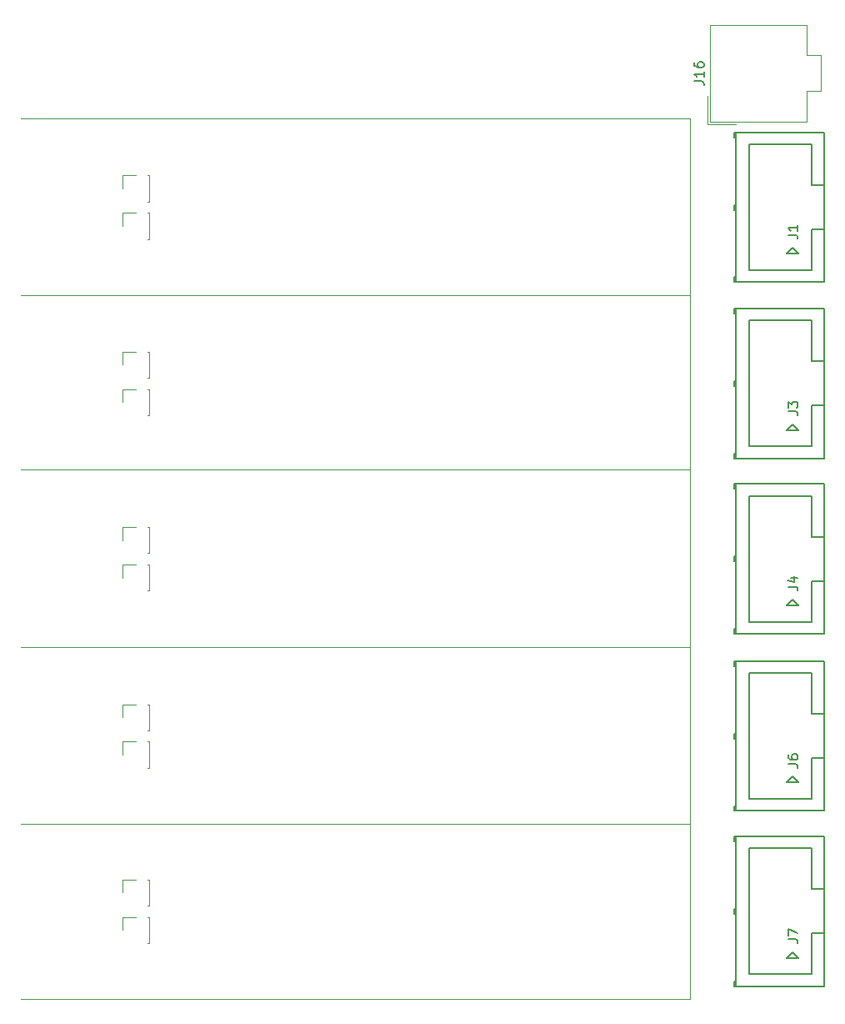
<source format=gbr>
%TF.GenerationSoftware,KiCad,Pcbnew,(5.1.8)-1*%
%TF.CreationDate,2021-10-07T22:13:12+08:00*%
%TF.ProjectId,Pad,5061642e-6b69-4636-9164-5f7063625858,rev?*%
%TF.SameCoordinates,Original*%
%TF.FileFunction,Legend,Top*%
%TF.FilePolarity,Positive*%
%FSLAX46Y46*%
G04 Gerber Fmt 4.6, Leading zero omitted, Abs format (unit mm)*
G04 Created by KiCad (PCBNEW (5.1.8)-1) date 2021-10-07 22:13:12*
%MOMM*%
%LPD*%
G01*
G04 APERTURE LIST*
%ADD10C,0.120000*%
%ADD11C,0.150000*%
G04 APERTURE END LIST*
D10*
X180300000Y-136700000D02*
X180300000Y-47300000D01*
X180300000Y-136700000D02*
X112300000Y-136700000D01*
X180300000Y-47300000D02*
X112300000Y-47300000D01*
X180300000Y-65200000D02*
X112300000Y-65200000D01*
X180300000Y-82900000D02*
X112300000Y-82900000D01*
X180300000Y-101000000D02*
X112300000Y-101000000D01*
X180300000Y-118900000D02*
X112300000Y-118900000D01*
%TO.C,J15*%
X122670000Y-129700000D02*
X122670000Y-128370000D01*
X122670000Y-128370000D02*
X124000000Y-128370000D01*
X125210000Y-128370000D02*
X125330000Y-128370000D01*
X125210000Y-131030000D02*
X125330000Y-131030000D01*
X125330000Y-131030000D02*
X125330000Y-128370000D01*
%TO.C,J14*%
X122670000Y-111900000D02*
X122670000Y-110570000D01*
X122670000Y-110570000D02*
X124000000Y-110570000D01*
X125210000Y-110570000D02*
X125330000Y-110570000D01*
X125210000Y-113230000D02*
X125330000Y-113230000D01*
X125330000Y-113230000D02*
X125330000Y-110570000D01*
%TO.C,J13*%
X122670000Y-93900000D02*
X122670000Y-92570000D01*
X122670000Y-92570000D02*
X124000000Y-92570000D01*
X125210000Y-92570000D02*
X125330000Y-92570000D01*
X125210000Y-95230000D02*
X125330000Y-95230000D01*
X125330000Y-95230000D02*
X125330000Y-92570000D01*
%TO.C,J12*%
X122670000Y-76100000D02*
X122670000Y-74770000D01*
X122670000Y-74770000D02*
X124000000Y-74770000D01*
X125210000Y-74770000D02*
X125330000Y-74770000D01*
X125210000Y-77430000D02*
X125330000Y-77430000D01*
X125330000Y-77430000D02*
X125330000Y-74770000D01*
%TO.C,J11*%
X122670000Y-125900000D02*
X122670000Y-124570000D01*
X122670000Y-124570000D02*
X124000000Y-124570000D01*
X125210000Y-124570000D02*
X125330000Y-124570000D01*
X125210000Y-127230000D02*
X125330000Y-127230000D01*
X125330000Y-127230000D02*
X125330000Y-124570000D01*
%TO.C,J10*%
X122670000Y-108100000D02*
X122670000Y-106770000D01*
X122670000Y-106770000D02*
X124000000Y-106770000D01*
X125210000Y-106770000D02*
X125330000Y-106770000D01*
X125210000Y-109430000D02*
X125330000Y-109430000D01*
X125330000Y-109430000D02*
X125330000Y-106770000D01*
%TO.C,J9*%
X122670000Y-90100000D02*
X122670000Y-88770000D01*
X122670000Y-88770000D02*
X124000000Y-88770000D01*
X125210000Y-88770000D02*
X125330000Y-88770000D01*
X125210000Y-91430000D02*
X125330000Y-91430000D01*
X125330000Y-91430000D02*
X125330000Y-88770000D01*
%TO.C,J8*%
X122670000Y-72300000D02*
X122670000Y-70970000D01*
X122670000Y-70970000D02*
X124000000Y-70970000D01*
X125210000Y-70970000D02*
X125330000Y-70970000D01*
X125210000Y-73630000D02*
X125330000Y-73630000D01*
X125330000Y-73630000D02*
X125330000Y-70970000D01*
%TO.C,J5*%
X122670000Y-58200000D02*
X122670000Y-56870000D01*
X122670000Y-56870000D02*
X124000000Y-56870000D01*
X125210000Y-56870000D02*
X125330000Y-56870000D01*
X125210000Y-59530000D02*
X125330000Y-59530000D01*
X125330000Y-59530000D02*
X125330000Y-56870000D01*
%TO.C,J2*%
X122670000Y-54400000D02*
X122670000Y-53070000D01*
X122670000Y-53070000D02*
X124000000Y-53070000D01*
X125210000Y-53070000D02*
X125330000Y-53070000D01*
X125210000Y-55730000D02*
X125330000Y-55730000D01*
X125330000Y-55730000D02*
X125330000Y-53070000D01*
%TO.C,J16*%
X182340000Y-42700000D02*
X182340000Y-47610000D01*
X182340000Y-47610000D02*
X192160000Y-47610000D01*
X192160000Y-47610000D02*
X192160000Y-44510000D01*
X192160000Y-44510000D02*
X193560000Y-44510000D01*
X193560000Y-44510000D02*
X193560000Y-42700000D01*
X182340000Y-42700000D02*
X182340000Y-37790000D01*
X182340000Y-37790000D02*
X192160000Y-37790000D01*
X192160000Y-37790000D02*
X192160000Y-40890000D01*
X192160000Y-40890000D02*
X193560000Y-40890000D01*
X193560000Y-40890000D02*
X193560000Y-42700000D01*
X182100000Y-45000000D02*
X182100000Y-47850000D01*
X182100000Y-47850000D02*
X184950000Y-47850000D01*
D11*
%TO.C,J1*%
X190730000Y-60420000D02*
X191330000Y-61020000D01*
X190130000Y-61020000D02*
X190730000Y-60420000D01*
X184790000Y-63400000D02*
X184990000Y-63400000D01*
X193930000Y-48700000D02*
X193930000Y-63900000D01*
X184790000Y-63900000D02*
X184790000Y-63400000D01*
X192630000Y-62690000D02*
X186290000Y-62690000D01*
X184890000Y-56560000D02*
X184890000Y-56060000D01*
X184990000Y-48700000D02*
X184990000Y-63900000D01*
X184790000Y-49200000D02*
X184790000Y-48700000D01*
X192630000Y-49910000D02*
X192630000Y-54050000D01*
X184990000Y-49200000D02*
X184790000Y-49200000D01*
X184890000Y-49200000D02*
X184890000Y-48700000D01*
X184990000Y-63900000D02*
X184790000Y-63900000D01*
X184990000Y-56560000D02*
X184790000Y-56560000D01*
X184790000Y-48700000D02*
X184990000Y-48700000D01*
X186290000Y-62690000D02*
X186290000Y-49910000D01*
X193930000Y-58550000D02*
X192630000Y-58550000D01*
X192630000Y-54050000D02*
X193930000Y-54050000D01*
X184790000Y-56560000D02*
X184790000Y-56060000D01*
X186290000Y-49910000D02*
X192630000Y-49910000D01*
X192630000Y-58550000D02*
X192630000Y-62690000D01*
X184990000Y-48700000D02*
X193930000Y-48700000D01*
X191330000Y-61020000D02*
X190130000Y-61020000D01*
X184890000Y-63900000D02*
X184890000Y-63400000D01*
X193930000Y-63900000D02*
X184990000Y-63900000D01*
X184790000Y-56060000D02*
X184990000Y-56060000D01*
%TO.C,J4*%
X190730000Y-96120000D02*
X191330000Y-96720000D01*
X190130000Y-96720000D02*
X190730000Y-96120000D01*
X184790000Y-99100000D02*
X184990000Y-99100000D01*
X193930000Y-84400000D02*
X193930000Y-99600000D01*
X184790000Y-99600000D02*
X184790000Y-99100000D01*
X192630000Y-98390000D02*
X186290000Y-98390000D01*
X184890000Y-92260000D02*
X184890000Y-91760000D01*
X184990000Y-84400000D02*
X184990000Y-99600000D01*
X184790000Y-84900000D02*
X184790000Y-84400000D01*
X192630000Y-85610000D02*
X192630000Y-89750000D01*
X184990000Y-84900000D02*
X184790000Y-84900000D01*
X184890000Y-84900000D02*
X184890000Y-84400000D01*
X184990000Y-99600000D02*
X184790000Y-99600000D01*
X184990000Y-92260000D02*
X184790000Y-92260000D01*
X184790000Y-84400000D02*
X184990000Y-84400000D01*
X186290000Y-98390000D02*
X186290000Y-85610000D01*
X193930000Y-94250000D02*
X192630000Y-94250000D01*
X192630000Y-89750000D02*
X193930000Y-89750000D01*
X184790000Y-92260000D02*
X184790000Y-91760000D01*
X186290000Y-85610000D02*
X192630000Y-85610000D01*
X192630000Y-94250000D02*
X192630000Y-98390000D01*
X184990000Y-84400000D02*
X193930000Y-84400000D01*
X191330000Y-96720000D02*
X190130000Y-96720000D01*
X184890000Y-99600000D02*
X184890000Y-99100000D01*
X193930000Y-99600000D02*
X184990000Y-99600000D01*
X184790000Y-91760000D02*
X184990000Y-91760000D01*
%TO.C,J3*%
X184790000Y-73960000D02*
X184990000Y-73960000D01*
X193930000Y-81800000D02*
X184990000Y-81800000D01*
X184890000Y-81800000D02*
X184890000Y-81300000D01*
X191330000Y-78920000D02*
X190130000Y-78920000D01*
X184990000Y-66600000D02*
X193930000Y-66600000D01*
X192630000Y-76450000D02*
X192630000Y-80590000D01*
X186290000Y-67810000D02*
X192630000Y-67810000D01*
X184790000Y-74460000D02*
X184790000Y-73960000D01*
X192630000Y-71950000D02*
X193930000Y-71950000D01*
X193930000Y-76450000D02*
X192630000Y-76450000D01*
X186290000Y-80590000D02*
X186290000Y-67810000D01*
X184790000Y-66600000D02*
X184990000Y-66600000D01*
X184990000Y-74460000D02*
X184790000Y-74460000D01*
X184990000Y-81800000D02*
X184790000Y-81800000D01*
X184890000Y-67100000D02*
X184890000Y-66600000D01*
X184990000Y-67100000D02*
X184790000Y-67100000D01*
X192630000Y-67810000D02*
X192630000Y-71950000D01*
X184790000Y-67100000D02*
X184790000Y-66600000D01*
X184990000Y-66600000D02*
X184990000Y-81800000D01*
X184890000Y-74460000D02*
X184890000Y-73960000D01*
X192630000Y-80590000D02*
X186290000Y-80590000D01*
X184790000Y-81800000D02*
X184790000Y-81300000D01*
X193930000Y-66600000D02*
X193930000Y-81800000D01*
X184790000Y-81300000D02*
X184990000Y-81300000D01*
X190130000Y-78920000D02*
X190730000Y-78320000D01*
X190730000Y-78320000D02*
X191330000Y-78920000D01*
%TO.C,J6*%
X190730000Y-114120000D02*
X191330000Y-114720000D01*
X190130000Y-114720000D02*
X190730000Y-114120000D01*
X184790000Y-117100000D02*
X184990000Y-117100000D01*
X193930000Y-102400000D02*
X193930000Y-117600000D01*
X184790000Y-117600000D02*
X184790000Y-117100000D01*
X192630000Y-116390000D02*
X186290000Y-116390000D01*
X184890000Y-110260000D02*
X184890000Y-109760000D01*
X184990000Y-102400000D02*
X184990000Y-117600000D01*
X184790000Y-102900000D02*
X184790000Y-102400000D01*
X192630000Y-103610000D02*
X192630000Y-107750000D01*
X184990000Y-102900000D02*
X184790000Y-102900000D01*
X184890000Y-102900000D02*
X184890000Y-102400000D01*
X184990000Y-117600000D02*
X184790000Y-117600000D01*
X184990000Y-110260000D02*
X184790000Y-110260000D01*
X184790000Y-102400000D02*
X184990000Y-102400000D01*
X186290000Y-116390000D02*
X186290000Y-103610000D01*
X193930000Y-112250000D02*
X192630000Y-112250000D01*
X192630000Y-107750000D02*
X193930000Y-107750000D01*
X184790000Y-110260000D02*
X184790000Y-109760000D01*
X186290000Y-103610000D02*
X192630000Y-103610000D01*
X192630000Y-112250000D02*
X192630000Y-116390000D01*
X184990000Y-102400000D02*
X193930000Y-102400000D01*
X191330000Y-114720000D02*
X190130000Y-114720000D01*
X184890000Y-117600000D02*
X184890000Y-117100000D01*
X193930000Y-117600000D02*
X184990000Y-117600000D01*
X184790000Y-109760000D02*
X184990000Y-109760000D01*
%TO.C,J7*%
X184790000Y-127560000D02*
X184990000Y-127560000D01*
X193930000Y-135400000D02*
X184990000Y-135400000D01*
X184890000Y-135400000D02*
X184890000Y-134900000D01*
X191330000Y-132520000D02*
X190130000Y-132520000D01*
X184990000Y-120200000D02*
X193930000Y-120200000D01*
X192630000Y-130050000D02*
X192630000Y-134190000D01*
X186290000Y-121410000D02*
X192630000Y-121410000D01*
X184790000Y-128060000D02*
X184790000Y-127560000D01*
X192630000Y-125550000D02*
X193930000Y-125550000D01*
X193930000Y-130050000D02*
X192630000Y-130050000D01*
X186290000Y-134190000D02*
X186290000Y-121410000D01*
X184790000Y-120200000D02*
X184990000Y-120200000D01*
X184990000Y-128060000D02*
X184790000Y-128060000D01*
X184990000Y-135400000D02*
X184790000Y-135400000D01*
X184890000Y-120700000D02*
X184890000Y-120200000D01*
X184990000Y-120700000D02*
X184790000Y-120700000D01*
X192630000Y-121410000D02*
X192630000Y-125550000D01*
X184790000Y-120700000D02*
X184790000Y-120200000D01*
X184990000Y-120200000D02*
X184990000Y-135400000D01*
X184890000Y-128060000D02*
X184890000Y-127560000D01*
X192630000Y-134190000D02*
X186290000Y-134190000D01*
X184790000Y-135400000D02*
X184790000Y-134900000D01*
X193930000Y-120200000D02*
X193930000Y-135400000D01*
X184790000Y-134900000D02*
X184990000Y-134900000D01*
X190130000Y-132520000D02*
X190730000Y-131920000D01*
X190730000Y-131920000D02*
X191330000Y-132520000D01*
%TO.C,J16*%
X180702380Y-43509523D02*
X181416666Y-43509523D01*
X181559523Y-43557142D01*
X181654761Y-43652380D01*
X181702380Y-43795238D01*
X181702380Y-43890476D01*
X181702380Y-42509523D02*
X181702380Y-43080952D01*
X181702380Y-42795238D02*
X180702380Y-42795238D01*
X180845238Y-42890476D01*
X180940476Y-42985714D01*
X180988095Y-43080952D01*
X180702380Y-41652380D02*
X180702380Y-41842857D01*
X180750000Y-41938095D01*
X180797619Y-41985714D01*
X180940476Y-42080952D01*
X181130952Y-42128571D01*
X181511904Y-42128571D01*
X181607142Y-42080952D01*
X181654761Y-42033333D01*
X181702380Y-41938095D01*
X181702380Y-41747619D01*
X181654761Y-41652380D01*
X181607142Y-41604761D01*
X181511904Y-41557142D01*
X181273809Y-41557142D01*
X181178571Y-41604761D01*
X181130952Y-41652380D01*
X181083333Y-41747619D01*
X181083333Y-41938095D01*
X181130952Y-42033333D01*
X181178571Y-42080952D01*
X181273809Y-42128571D01*
%TO.C,J1*%
X190252380Y-59133333D02*
X190966666Y-59133333D01*
X191109523Y-59180952D01*
X191204761Y-59276190D01*
X191252380Y-59419047D01*
X191252380Y-59514285D01*
X191252380Y-58133333D02*
X191252380Y-58704761D01*
X191252380Y-58419047D02*
X190252380Y-58419047D01*
X190395238Y-58514285D01*
X190490476Y-58609523D01*
X190538095Y-58704761D01*
%TO.C,J4*%
X190252380Y-94833333D02*
X190966666Y-94833333D01*
X191109523Y-94880952D01*
X191204761Y-94976190D01*
X191252380Y-95119047D01*
X191252380Y-95214285D01*
X190585714Y-93928571D02*
X191252380Y-93928571D01*
X190204761Y-94166666D02*
X190919047Y-94404761D01*
X190919047Y-93785714D01*
%TO.C,J3*%
X190252380Y-77033333D02*
X190966666Y-77033333D01*
X191109523Y-77080952D01*
X191204761Y-77176190D01*
X191252380Y-77319047D01*
X191252380Y-77414285D01*
X190252380Y-76652380D02*
X190252380Y-76033333D01*
X190633333Y-76366666D01*
X190633333Y-76223809D01*
X190680952Y-76128571D01*
X190728571Y-76080952D01*
X190823809Y-76033333D01*
X191061904Y-76033333D01*
X191157142Y-76080952D01*
X191204761Y-76128571D01*
X191252380Y-76223809D01*
X191252380Y-76509523D01*
X191204761Y-76604761D01*
X191157142Y-76652380D01*
%TO.C,J6*%
X190252380Y-112833333D02*
X190966666Y-112833333D01*
X191109523Y-112880952D01*
X191204761Y-112976190D01*
X191252380Y-113119047D01*
X191252380Y-113214285D01*
X190252380Y-111928571D02*
X190252380Y-112119047D01*
X190300000Y-112214285D01*
X190347619Y-112261904D01*
X190490476Y-112357142D01*
X190680952Y-112404761D01*
X191061904Y-112404761D01*
X191157142Y-112357142D01*
X191204761Y-112309523D01*
X191252380Y-112214285D01*
X191252380Y-112023809D01*
X191204761Y-111928571D01*
X191157142Y-111880952D01*
X191061904Y-111833333D01*
X190823809Y-111833333D01*
X190728571Y-111880952D01*
X190680952Y-111928571D01*
X190633333Y-112023809D01*
X190633333Y-112214285D01*
X190680952Y-112309523D01*
X190728571Y-112357142D01*
X190823809Y-112404761D01*
%TO.C,J7*%
X190252380Y-130633333D02*
X190966666Y-130633333D01*
X191109523Y-130680952D01*
X191204761Y-130776190D01*
X191252380Y-130919047D01*
X191252380Y-131014285D01*
X190252380Y-130252380D02*
X190252380Y-129585714D01*
X191252380Y-130014285D01*
%TD*%
M02*

</source>
